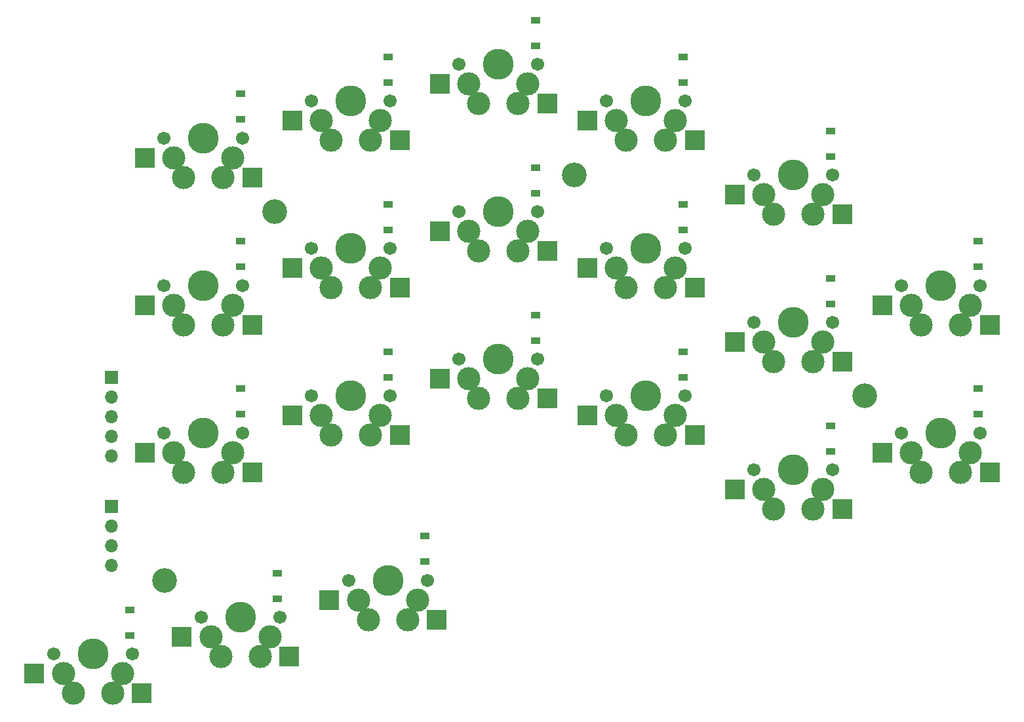
<source format=gts>
G04 #@! TF.GenerationSoftware,KiCad,Pcbnew,5.1.10-88a1d61d58~88~ubuntu18.04.1*
G04 #@! TF.CreationDate,2021-07-26T22:38:52+03:00*
G04 #@! TF.ProjectId,pcb,7063622e-6b69-4636-9164-5f7063625858,rev?*
G04 #@! TF.SameCoordinates,Original*
G04 #@! TF.FileFunction,Soldermask,Top*
G04 #@! TF.FilePolarity,Negative*
%FSLAX46Y46*%
G04 Gerber Fmt 4.6, Leading zero omitted, Abs format (unit mm)*
G04 Created by KiCad (PCBNEW 5.1.10-88a1d61d58~88~ubuntu18.04.1) date 2021-07-26 22:38:52*
%MOMM*%
%LPD*%
G01*
G04 APERTURE LIST*
%ADD10C,3.200000*%
%ADD11C,1.701800*%
%ADD12C,3.987800*%
%ADD13C,3.000000*%
%ADD14R,2.550000X2.500000*%
%ADD15O,1.700000X1.700000*%
%ADD16R,1.700000X1.700000*%
%ADD17R,1.200000X0.900000*%
G04 APERTURE END LIST*
D10*
X9225000Y9525000D03*
X23512500Y57150000D03*
X62212500Y61912500D03*
X99712500Y33337500D03*
D11*
X114618000Y47625000D03*
X104458000Y47625000D03*
D12*
X109538000Y47625000D03*
D13*
X113348000Y45085000D03*
X106998000Y42545000D03*
D11*
X95567500Y23812500D03*
X85407500Y23812500D03*
D12*
X90487500Y23812500D03*
D13*
X94297500Y21272500D03*
X87947500Y18732500D03*
D11*
X95567500Y42862500D03*
X85407500Y42862500D03*
D12*
X90487500Y42862500D03*
D13*
X94297500Y40322500D03*
X87947500Y37782500D03*
D11*
X95567500Y61912500D03*
X85407500Y61912500D03*
D12*
X90487500Y61912500D03*
D13*
X94297500Y59372500D03*
X87947500Y56832500D03*
D11*
X114618000Y28575000D03*
X104458000Y28575000D03*
D12*
X109538000Y28575000D03*
D13*
X113348000Y26035000D03*
X106998000Y23495000D03*
D11*
X76517500Y33337500D03*
X66357500Y33337500D03*
D12*
X71437500Y33337500D03*
D13*
X75247500Y30797500D03*
X68897500Y28257500D03*
D11*
X76517500Y52387500D03*
X66357500Y52387500D03*
D12*
X71437500Y52387500D03*
D13*
X75247500Y49847500D03*
X68897500Y47307500D03*
D11*
X76517500Y71437500D03*
X66357500Y71437500D03*
D12*
X71437500Y71437500D03*
D13*
X75247500Y68897500D03*
X68897500Y66357500D03*
D11*
X43180000Y9525000D03*
X33020000Y9525000D03*
D12*
X38100000Y9525000D03*
D13*
X41910000Y6985000D03*
X35560000Y4445000D03*
D11*
X57467500Y38100000D03*
X47307500Y38100000D03*
D12*
X52387500Y38100000D03*
D13*
X56197500Y35560000D03*
X49847500Y33020000D03*
D11*
X57467500Y57150000D03*
X47307500Y57150000D03*
D12*
X52387500Y57150000D03*
D13*
X56197500Y54610000D03*
X49847500Y52070000D03*
D11*
X57467500Y76200000D03*
X47307500Y76200000D03*
D12*
X52387500Y76200000D03*
D13*
X56197500Y73660000D03*
X49847500Y71120000D03*
D11*
X24130000Y4762500D03*
X13970000Y4762500D03*
D12*
X19050000Y4762500D03*
D13*
X22860000Y2222500D03*
X16510000Y-317500D03*
D11*
X38417500Y33337500D03*
X28257500Y33337500D03*
D12*
X33337500Y33337500D03*
D13*
X37147500Y30797500D03*
X30797500Y28257500D03*
D11*
X38417500Y52387500D03*
X28257500Y52387500D03*
D12*
X33337500Y52387500D03*
D13*
X37147500Y49847500D03*
X30797500Y47307500D03*
D11*
X38417500Y71437500D03*
X28257500Y71437500D03*
D12*
X33337500Y71437500D03*
D13*
X37147500Y68897500D03*
X30797500Y66357500D03*
D11*
X5080000Y0D03*
X-5080000Y0D03*
D12*
X0Y0D03*
D13*
X3810000Y-2540000D03*
X-2540000Y-5080000D03*
D11*
X19367500Y28575000D03*
X9207500Y28575000D03*
D12*
X14287500Y28575000D03*
D13*
X18097500Y26035000D03*
X11747500Y23495000D03*
D11*
X19367500Y47625000D03*
X9207500Y47625000D03*
D12*
X14287500Y47625000D03*
D13*
X18097500Y45085000D03*
X11747500Y42545000D03*
D11*
X19367500Y66675000D03*
X9207500Y66675000D03*
D12*
X14287500Y66675000D03*
D13*
X18097500Y64135000D03*
X11747500Y61595000D03*
D14*
X101978000Y45085000D03*
D11*
X104458000Y47625000D03*
X114618000Y47625000D03*
D12*
X109538000Y47625000D03*
D13*
X105728000Y45085000D03*
X112078000Y42545000D03*
D14*
X115828000Y42545000D03*
X82927500Y21272500D03*
D11*
X85407500Y23812500D03*
X95567500Y23812500D03*
D12*
X90487500Y23812500D03*
D13*
X86677500Y21272500D03*
X93027500Y18732500D03*
D14*
X96777500Y18732500D03*
X82927500Y40322500D03*
D11*
X85407500Y42862500D03*
X95567500Y42862500D03*
D12*
X90487500Y42862500D03*
D13*
X86677500Y40322500D03*
X93027500Y37782500D03*
D14*
X96777500Y37782500D03*
X82927500Y59372500D03*
D11*
X85407500Y61912500D03*
X95567500Y61912500D03*
D12*
X90487500Y61912500D03*
D13*
X86677500Y59372500D03*
X93027500Y56832500D03*
D14*
X96777500Y56832500D03*
X101978000Y26035000D03*
D11*
X104458000Y28575000D03*
X114618000Y28575000D03*
D12*
X109538000Y28575000D03*
D13*
X105728000Y26035000D03*
X112078000Y23495000D03*
D14*
X115828000Y23495000D03*
X63877500Y30797500D03*
D11*
X66357500Y33337500D03*
X76517500Y33337500D03*
D12*
X71437500Y33337500D03*
D13*
X67627500Y30797500D03*
X73977500Y28257500D03*
D14*
X77727500Y28257500D03*
X63877500Y49847500D03*
D11*
X66357500Y52387500D03*
X76517500Y52387500D03*
D12*
X71437500Y52387500D03*
D13*
X67627500Y49847500D03*
X73977500Y47307500D03*
D14*
X77727500Y47307500D03*
X63877500Y68897500D03*
D11*
X66357500Y71437500D03*
X76517500Y71437500D03*
D12*
X71437500Y71437500D03*
D13*
X67627500Y68897500D03*
X73977500Y66357500D03*
D14*
X77727500Y66357500D03*
X30540000Y6985000D03*
D11*
X33020000Y9525000D03*
X43180000Y9525000D03*
D12*
X38100000Y9525000D03*
D13*
X34290000Y6985000D03*
X40640000Y4445000D03*
D14*
X44390000Y4445000D03*
X44827500Y35560000D03*
D11*
X47307500Y38100000D03*
X57467500Y38100000D03*
D12*
X52387500Y38100000D03*
D13*
X48577500Y35560000D03*
X54927500Y33020000D03*
D14*
X58677500Y33020000D03*
X44827500Y54610000D03*
D11*
X47307500Y57150000D03*
X57467500Y57150000D03*
D12*
X52387500Y57150000D03*
D13*
X48577500Y54610000D03*
X54927500Y52070000D03*
D14*
X58677500Y52070000D03*
X44827500Y73660000D03*
D11*
X47307500Y76200000D03*
X57467500Y76200000D03*
D12*
X52387500Y76200000D03*
D13*
X48577500Y73660000D03*
X54927500Y71120000D03*
D14*
X58677500Y71120000D03*
X11490000Y2222500D03*
D11*
X13970000Y4762500D03*
X24130000Y4762500D03*
D12*
X19050000Y4762500D03*
D13*
X15240000Y2222500D03*
X21590000Y-317500D03*
D14*
X25340000Y-317500D03*
X25777500Y30797500D03*
D11*
X28257500Y33337500D03*
X38417500Y33337500D03*
D12*
X33337500Y33337500D03*
D13*
X29527500Y30797500D03*
X35877500Y28257500D03*
D14*
X39627500Y28257500D03*
X25777500Y49847500D03*
D11*
X28257500Y52387500D03*
X38417500Y52387500D03*
D12*
X33337500Y52387500D03*
D13*
X29527500Y49847500D03*
X35877500Y47307500D03*
D14*
X39627500Y47307500D03*
X25777500Y68897500D03*
D11*
X28257500Y71437500D03*
X38417500Y71437500D03*
D12*
X33337500Y71437500D03*
D13*
X29527500Y68897500D03*
X35877500Y66357500D03*
D14*
X39627500Y66357500D03*
X-7560000Y-2540000D03*
D11*
X-5080000Y0D03*
X5080000Y0D03*
D12*
X0Y0D03*
D13*
X-3810000Y-2540000D03*
X2540000Y-5080000D03*
D14*
X6290000Y-5080000D03*
X6727500Y26035000D03*
D11*
X9207500Y28575000D03*
X19367500Y28575000D03*
D12*
X14287500Y28575000D03*
D13*
X10477500Y26035000D03*
X16827500Y23495000D03*
D14*
X20577500Y23495000D03*
X6727500Y45085000D03*
D11*
X9207500Y47625000D03*
X19367500Y47625000D03*
D12*
X14287500Y47625000D03*
D13*
X10477500Y45085000D03*
X16827500Y42545000D03*
D14*
X20577500Y42545000D03*
X6727500Y64135000D03*
D11*
X9207500Y66675000D03*
X19367500Y66675000D03*
D12*
X14287500Y66675000D03*
D13*
X10477500Y64135000D03*
X16827500Y61595000D03*
D14*
X20577500Y61595000D03*
D15*
X2381300Y11430000D03*
X2381300Y13970000D03*
X2381300Y16510000D03*
D16*
X2381300Y19050000D03*
D15*
X2381300Y25558800D03*
X2381300Y28098800D03*
X2381300Y30638800D03*
X2381300Y33178800D03*
D16*
X2381300Y35718800D03*
D17*
X114300000Y50006200D03*
X114300000Y53306200D03*
X95250000Y29493800D03*
X95250000Y26193800D03*
X95250000Y45243800D03*
X95250000Y48543800D03*
X95250000Y64293800D03*
X95250000Y67593800D03*
X114300000Y30956200D03*
X114300000Y34256200D03*
X76200000Y35718800D03*
X76200000Y39018800D03*
X76200000Y54768800D03*
X76200000Y58068800D03*
X76200000Y73818800D03*
X76200000Y77118800D03*
X42862500Y11906200D03*
X42862500Y15206200D03*
X57150000Y40481200D03*
X57150000Y43781200D03*
X57150000Y59531200D03*
X57150000Y62831200D03*
X57150000Y78581200D03*
X57150000Y81881200D03*
X23812500Y7143800D03*
X23812500Y10443800D03*
X38100000Y35718800D03*
X38100000Y39018800D03*
X38100000Y54768800D03*
X38100000Y58068800D03*
X38100000Y73818800D03*
X38100000Y77118800D03*
X4762500Y2381300D03*
X4762500Y5681300D03*
X19050000Y30956200D03*
X19050000Y34256200D03*
X19050000Y50006200D03*
X19050000Y53306200D03*
X19050000Y69056200D03*
X19050000Y72356200D03*
M02*

</source>
